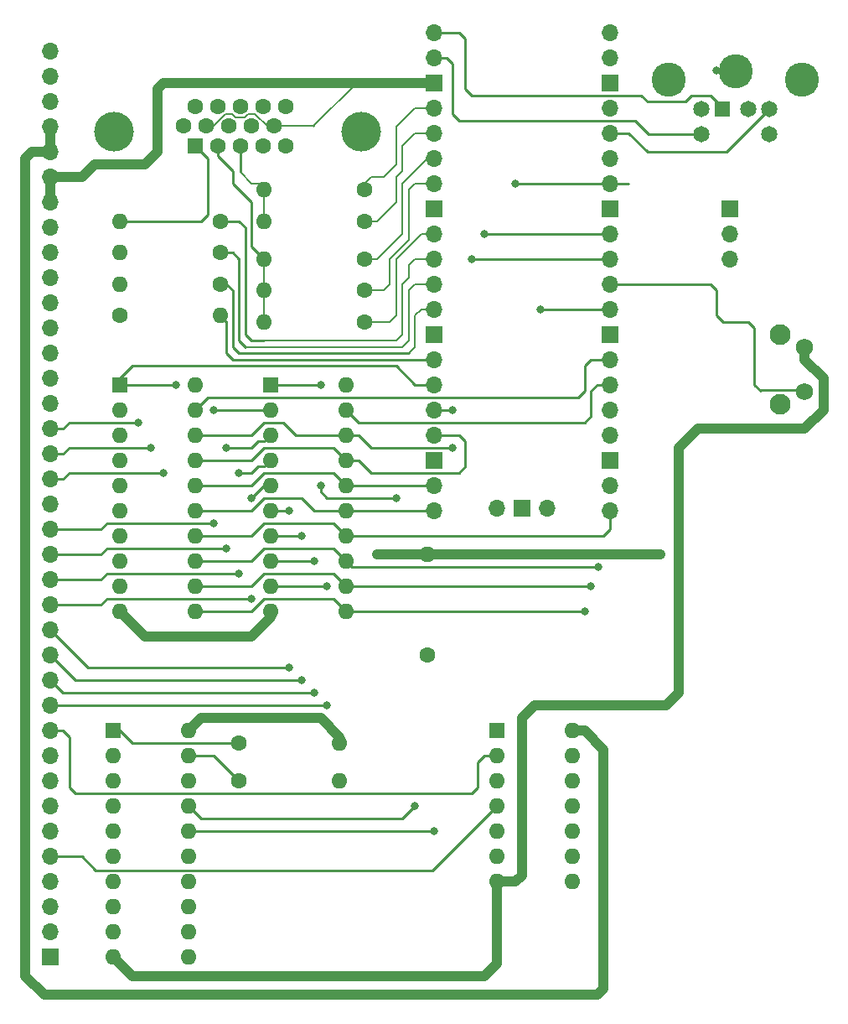
<source format=gbr>
%TF.GenerationSoftware,KiCad,Pcbnew,6.0.2+dfsg-1*%
%TF.CreationDate,2024-07-15T20:40:17+02:00*%
%TF.ProjectId,GDPico64,47445069-636f-4363-942e-6b696361645f,rev?*%
%TF.SameCoordinates,Original*%
%TF.FileFunction,Copper,L2,Bot*%
%TF.FilePolarity,Positive*%
%FSLAX46Y46*%
G04 Gerber Fmt 4.6, Leading zero omitted, Abs format (unit mm)*
G04 Created by KiCad (PCBNEW 6.0.2+dfsg-1) date 2024-07-15 20:40:17*
%MOMM*%
%LPD*%
G01*
G04 APERTURE LIST*
%TA.AperFunction,ComponentPad*%
%ADD10C,1.600000*%
%TD*%
%TA.AperFunction,ComponentPad*%
%ADD11O,1.600000X1.600000*%
%TD*%
%TA.AperFunction,ComponentPad*%
%ADD12R,1.700000X1.700000*%
%TD*%
%TA.AperFunction,ComponentPad*%
%ADD13O,1.700000X1.700000*%
%TD*%
%TA.AperFunction,ComponentPad*%
%ADD14C,4.000000*%
%TD*%
%TA.AperFunction,ComponentPad*%
%ADD15R,1.600000X1.600000*%
%TD*%
%TA.AperFunction,ComponentPad*%
%ADD16C,2.100000*%
%TD*%
%TA.AperFunction,ComponentPad*%
%ADD17C,1.750000*%
%TD*%
%TA.AperFunction,ComponentPad*%
%ADD18R,1.650000X1.650000*%
%TD*%
%TA.AperFunction,ComponentPad*%
%ADD19C,1.650000*%
%TD*%
%TA.AperFunction,ComponentPad*%
%ADD20C,3.450000*%
%TD*%
%TA.AperFunction,ViaPad*%
%ADD21C,0.800000*%
%TD*%
%TA.AperFunction,Conductor*%
%ADD22C,1.000000*%
%TD*%
%TA.AperFunction,Conductor*%
%ADD23C,0.250000*%
%TD*%
%TA.AperFunction,Conductor*%
%ADD24C,0.200000*%
%TD*%
G04 APERTURE END LIST*
D10*
%TO.P,R5,1*%
%TO.N,/BLUE_D1*%
X93980000Y-51435000D03*
D11*
%TO.P,R5,2*%
%TO.N,/BLUE_V*%
X83820000Y-51435000D03*
%TD*%
D10*
%TO.P,R2,1*%
%TO.N,Net-(R2-Pad1)*%
X81280000Y-111125000D03*
D11*
%TO.P,R2,2*%
%TO.N,GND*%
X91440000Y-111125000D03*
%TD*%
D10*
%TO.P,R7,1*%
%TO.N,/GREEN_D0*%
X93980000Y-58420000D03*
D11*
%TO.P,R7,2*%
%TO.N,/GREEN_V*%
X83820000Y-58420000D03*
%TD*%
D10*
%TO.P,R3,1*%
%TO.N,Net-(R3-Pad1)*%
X81280000Y-107315000D03*
D11*
%TO.P,R3,2*%
%TO.N,+3V3*%
X91440000Y-107315000D03*
%TD*%
D12*
%TO.P,J1,1,Pin_1*%
%TO.N,unconnected-(J1-Pad1)*%
X62230000Y-128905000D03*
D13*
%TO.P,J1,2,Pin_2*%
%TO.N,unconnected-(J1-Pad2)*%
X62230000Y-126365000D03*
%TO.P,J1,3,Pin_3*%
%TO.N,unconnected-(J1-Pad3)*%
X62230000Y-123825000D03*
%TO.P,J1,4,Pin_4*%
%TO.N,unconnected-(J1-Pad4)*%
X62230000Y-121285000D03*
%TO.P,J1,5,Pin_5*%
%TO.N,/~{WAIT}*%
X62230000Y-118745000D03*
%TO.P,J1,6,Pin_6*%
%TO.N,/~{INT}*%
X62230000Y-116205000D03*
%TO.P,J1,7,Pin_7*%
%TO.N,/~{RFSH}*%
X62230000Y-113665000D03*
%TO.P,J1,8,Pin_8*%
%TO.N,/~{CLK}*%
X62230000Y-111125000D03*
%TO.P,J1,9,Pin_9*%
%TO.N,/~{M1}*%
X62230000Y-108585000D03*
%TO.P,J1,10,Pin_10*%
%TO.N,/~{RESET}*%
X62230000Y-106045000D03*
%TO.P,J1,11,Pin_11*%
%TO.N,/A7*%
X62230000Y-103505000D03*
%TO.P,J1,12,Pin_12*%
%TO.N,/A6*%
X62230000Y-100965000D03*
%TO.P,J1,13,Pin_13*%
%TO.N,/A5*%
X62230000Y-98425000D03*
%TO.P,J1,14,Pin_14*%
%TO.N,/A4*%
X62230000Y-95885000D03*
%TO.P,J1,15,Pin_15*%
%TO.N,/A3*%
X62230000Y-93345000D03*
%TO.P,J1,16,Pin_16*%
%TO.N,/A2*%
X62230000Y-90805000D03*
%TO.P,J1,17,Pin_17*%
%TO.N,/A1*%
X62230000Y-88265000D03*
%TO.P,J1,18,Pin_18*%
%TO.N,/A0*%
X62230000Y-85725000D03*
%TO.P,J1,19,Pin_19*%
%TO.N,/~{MREQ}*%
X62230000Y-83185000D03*
%TO.P,J1,20,Pin_20*%
%TO.N,/~{IORQ}*%
X62230000Y-80645000D03*
%TO.P,J1,21,Pin_21*%
%TO.N,/~{WR}*%
X62230000Y-78105000D03*
%TO.P,J1,22,Pin_22*%
%TO.N,/~{RD}*%
X62230000Y-75565000D03*
%TO.P,J1,23,Pin_23*%
%TO.N,/D7*%
X62230000Y-73025000D03*
%TO.P,J1,24,Pin_24*%
%TO.N,/D6*%
X62230000Y-70485000D03*
%TO.P,J1,25,Pin_25*%
%TO.N,/D5*%
X62230000Y-67945000D03*
%TO.P,J1,26,Pin_26*%
%TO.N,/D4*%
X62230000Y-65405000D03*
%TO.P,J1,27,Pin_27*%
%TO.N,/D3*%
X62230000Y-62865000D03*
%TO.P,J1,28,Pin_28*%
%TO.N,/D2*%
X62230000Y-60325000D03*
%TO.P,J1,29,Pin_29*%
%TO.N,/D1*%
X62230000Y-57785000D03*
%TO.P,J1,30,Pin_30*%
%TO.N,/D0*%
X62230000Y-55245000D03*
%TO.P,J1,31,Pin_31*%
%TO.N,GND*%
X62230000Y-52705000D03*
%TO.P,J1,32,Pin_32*%
X62230000Y-50165000D03*
%TO.P,J1,33,Pin_33*%
%TO.N,+5V*%
X62230000Y-47625000D03*
%TO.P,J1,34,Pin_34*%
X62230000Y-45085000D03*
%TO.P,J1,35,Pin_35*%
%TO.N,unconnected-(J1-Pad35)*%
X62230000Y-42545000D03*
%TO.P,J1,36,Pin_36*%
%TO.N,unconnected-(J1-Pad36)*%
X62230000Y-40005000D03*
%TO.P,J1,37,Pin_37*%
%TO.N,unconnected-(J1-Pad37)*%
X62230000Y-37465000D03*
%TD*%
D10*
%TO.P,R10,1*%
%TO.N,/RED_D0*%
X79375000Y-54610000D03*
D11*
%TO.P,R10,2*%
%TO.N,/RED_V*%
X69215000Y-54610000D03*
%TD*%
D14*
%TO.P,J2,0*%
%TO.N,unconnected-(J2-Pad0)*%
X93650000Y-45570000D03*
X68650000Y-45570000D03*
D15*
%TO.P,J2,1*%
%TO.N,/RED_V*%
X76835000Y-46990000D03*
D10*
%TO.P,J2,2*%
%TO.N,/GREEN_V*%
X79125000Y-46990000D03*
%TO.P,J2,3*%
%TO.N,/BLUE_V*%
X81415000Y-46990000D03*
%TO.P,J2,4*%
%TO.N,unconnected-(J2-Pad4)*%
X83705000Y-46990000D03*
%TO.P,J2,5*%
%TO.N,unconnected-(J2-Pad5)*%
X85995000Y-46990000D03*
%TO.P,J2,6*%
%TO.N,unconnected-(J2-Pad6)*%
X75690000Y-45010000D03*
%TO.P,J2,7*%
%TO.N,GND*%
X77980000Y-45010000D03*
%TO.P,J2,8*%
%TO.N,unconnected-(J2-Pad8)*%
X80270000Y-45010000D03*
%TO.P,J2,9*%
%TO.N,unconnected-(J2-Pad9)*%
X82560000Y-45010000D03*
%TO.P,J2,10*%
%TO.N,GND*%
X84850000Y-45010000D03*
%TO.P,J2,11*%
%TO.N,unconnected-(J2-Pad11)*%
X76835000Y-43030000D03*
%TO.P,J2,12*%
%TO.N,unconnected-(J2-Pad12)*%
X79125000Y-43030000D03*
%TO.P,J2,13*%
%TO.N,/CSYNC*%
X81415000Y-43030000D03*
%TO.P,J2,14*%
%TO.N,unconnected-(J2-Pad14)*%
X83705000Y-43030000D03*
%TO.P,J2,15*%
%TO.N,unconnected-(J2-Pad15)*%
X85995000Y-43030000D03*
%TD*%
D16*
%TO.P,SW1,*%
%TO.N,*%
X135940000Y-73070000D03*
X135940000Y-66060000D03*
D17*
%TO.P,SW1,1,1*%
%TO.N,GND*%
X138430000Y-67310000D03*
%TO.P,SW1,2,2*%
%TO.N,Net-(SW1-Pad2)*%
X138430000Y-71810000D03*
%TD*%
D10*
%TO.P,R11,1*%
%TO.N,/RED_D1*%
X79375000Y-57785000D03*
D11*
%TO.P,R11,2*%
%TO.N,/RED_V*%
X69215000Y-57785000D03*
%TD*%
D15*
%TO.P,U1,1,A->B*%
%TO.N,/~{RD3}*%
X69215000Y-71120000D03*
D11*
%TO.P,U1,2,A0*%
%TO.N,/D0*%
X69215000Y-73660000D03*
%TO.P,U1,3,A1*%
%TO.N,/D1*%
X69215000Y-76200000D03*
%TO.P,U1,4,A2*%
%TO.N,/D2*%
X69215000Y-78740000D03*
%TO.P,U1,5,A3*%
%TO.N,/D3*%
X69215000Y-81280000D03*
%TO.P,U1,6,A4*%
%TO.N,/D4*%
X69215000Y-83820000D03*
%TO.P,U1,7,A5*%
%TO.N,/D5*%
X69215000Y-86360000D03*
%TO.P,U1,8,A6*%
%TO.N,/D6*%
X69215000Y-88900000D03*
%TO.P,U1,9,A7*%
%TO.N,/D7*%
X69215000Y-91440000D03*
%TO.P,U1,10,GND*%
%TO.N,GND*%
X69215000Y-93980000D03*
%TO.P,U1,11,B7*%
%TO.N,/AD7_3*%
X76835000Y-93980000D03*
%TO.P,U1,12,B6*%
%TO.N,/AD6_3*%
X76835000Y-91440000D03*
%TO.P,U1,13,B5*%
%TO.N,/AD5_3*%
X76835000Y-88900000D03*
%TO.P,U1,14,B4*%
%TO.N,/AD4_3*%
X76835000Y-86360000D03*
%TO.P,U1,15,B3*%
%TO.N,/AD3_3*%
X76835000Y-83820000D03*
%TO.P,U1,16,B2*%
%TO.N,/AD2_3*%
X76835000Y-81280000D03*
%TO.P,U1,17,B1*%
%TO.N,/AD1_3*%
X76835000Y-78740000D03*
%TO.P,U1,18,B0*%
%TO.N,/AD0_3*%
X76835000Y-76200000D03*
%TO.P,U1,19,CE*%
%TO.N,/~{CE_D3}*%
X76835000Y-73660000D03*
%TO.P,U1,20,VCC*%
%TO.N,+3V3*%
X76835000Y-71120000D03*
%TD*%
D15*
%TO.P,U2,1,A->B*%
%TO.N,Net-(R3-Pad1)*%
X68580000Y-106045000D03*
D11*
%TO.P,U2,2,A0*%
%TO.N,/~{RD}*%
X68580000Y-108585000D03*
%TO.P,U2,3,A1*%
%TO.N,/~{WR}*%
X68580000Y-111125000D03*
%TO.P,U2,4,A2*%
%TO.N,/~{IORQ}*%
X68580000Y-113665000D03*
%TO.P,U2,5,A3*%
%TO.N,unconnected-(U2-Pad5)*%
X68580000Y-116205000D03*
%TO.P,U2,6,A4*%
%TO.N,unconnected-(U2-Pad6)*%
X68580000Y-118745000D03*
%TO.P,U2,7,A5*%
%TO.N,unconnected-(U2-Pad7)*%
X68580000Y-121285000D03*
%TO.P,U2,8,A6*%
%TO.N,unconnected-(U2-Pad8)*%
X68580000Y-123825000D03*
%TO.P,U2,9,A7*%
%TO.N,unconnected-(U2-Pad9)*%
X68580000Y-126365000D03*
%TO.P,U2,10,GND*%
%TO.N,GND*%
X68580000Y-128905000D03*
%TO.P,U2,11,B7*%
%TO.N,unconnected-(U2-Pad11)*%
X76200000Y-128905000D03*
%TO.P,U2,12,B6*%
%TO.N,unconnected-(U2-Pad12)*%
X76200000Y-126365000D03*
%TO.P,U2,13,B5*%
%TO.N,unconnected-(U2-Pad13)*%
X76200000Y-123825000D03*
%TO.P,U2,14,B4*%
%TO.N,unconnected-(U2-Pad14)*%
X76200000Y-121285000D03*
%TO.P,U2,15,B3*%
%TO.N,unconnected-(U2-Pad15)*%
X76200000Y-118745000D03*
%TO.P,U2,16,B2*%
%TO.N,/~{IORQ3}*%
X76200000Y-116205000D03*
%TO.P,U2,17,B1*%
%TO.N,/~{WR3}*%
X76200000Y-113665000D03*
%TO.P,U2,18,B0*%
%TO.N,/~{RD3}*%
X76200000Y-111125000D03*
%TO.P,U2,19,CE*%
%TO.N,Net-(R2-Pad1)*%
X76200000Y-108585000D03*
%TO.P,U2,20,VCC*%
%TO.N,+3V3*%
X76200000Y-106045000D03*
%TD*%
D10*
%TO.P,R1,1*%
%TO.N,Net-(R1-Pad1)*%
X100330000Y-98425000D03*
D11*
%TO.P,R1,2*%
%TO.N,+3V3*%
X100330000Y-88265000D03*
%TD*%
D10*
%TO.P,R6,1*%
%TO.N,/BLUE_D2*%
X93980000Y-54610000D03*
D11*
%TO.P,R6,2*%
%TO.N,/BLUE_V*%
X83820000Y-54610000D03*
%TD*%
D10*
%TO.P,R9,1*%
%TO.N,/GREEN_D2*%
X93980000Y-64770000D03*
D11*
%TO.P,R9,2*%
%TO.N,/GREEN_V*%
X83820000Y-64770000D03*
%TD*%
D10*
%TO.P,R4,1*%
%TO.N,/CSYNC*%
X69215000Y-64135000D03*
D11*
%TO.P,R4,2*%
%TO.N,Net-(U4-Pad14)*%
X79375000Y-64135000D03*
%TD*%
D10*
%TO.P,R8,1*%
%TO.N,/GREEN_D1*%
X93980000Y-61595000D03*
D11*
%TO.P,R8,2*%
%TO.N,/GREEN_V*%
X83820000Y-61595000D03*
%TD*%
D15*
%TO.P,U5,1*%
%TO.N,/RESET3*%
X107315000Y-106045000D03*
D11*
%TO.P,U5,2*%
%TO.N,/~{RESET}*%
X107315000Y-108585000D03*
%TO.P,U5,3*%
%TO.N,/WAIT_3*%
X107315000Y-111125000D03*
%TO.P,U5,4*%
%TO.N,/~{WAIT}*%
X107315000Y-113665000D03*
%TO.P,U5,5*%
%TO.N,unconnected-(U5-Pad5)*%
X107315000Y-116205000D03*
%TO.P,U5,6*%
%TO.N,unconnected-(U5-Pad6)*%
X107315000Y-118745000D03*
%TO.P,U5,7,GND*%
%TO.N,GND*%
X107315000Y-121285000D03*
%TO.P,U5,8*%
%TO.N,unconnected-(U5-Pad8)*%
X114935000Y-121285000D03*
%TO.P,U5,9*%
%TO.N,unconnected-(U5-Pad9)*%
X114935000Y-118745000D03*
%TO.P,U5,10*%
%TO.N,unconnected-(U5-Pad10)*%
X114935000Y-116205000D03*
%TO.P,U5,11*%
%TO.N,unconnected-(U5-Pad11)*%
X114935000Y-113665000D03*
%TO.P,U5,12*%
%TO.N,unconnected-(U5-Pad12)*%
X114935000Y-111125000D03*
%TO.P,U5,13*%
%TO.N,unconnected-(U5-Pad13)*%
X114935000Y-108585000D03*
%TO.P,U5,14,VCC*%
%TO.N,+5V*%
X114935000Y-106045000D03*
%TD*%
D18*
%TO.P,J3,1,1*%
%TO.N,/KEY_DATA*%
X130145000Y-43325000D03*
D19*
%TO.P,J3,2,2*%
%TO.N,unconnected-(J3-Pad2)*%
X132745000Y-43325000D03*
%TO.P,J3,3,3*%
%TO.N,GND*%
X128045000Y-43325000D03*
%TO.P,J3,5,5*%
%TO.N,+3V3*%
X134845000Y-43325000D03*
%TO.P,J3,6,6*%
%TO.N,/KEY_CLK*%
X128045000Y-45825000D03*
%TO.P,J3,8,8*%
%TO.N,unconnected-(J3-Pad8)*%
X134845000Y-45825000D03*
D20*
%TO.P,J3,MH1,MH1*%
%TO.N,unconnected-(J3-PadMH1)*%
X131445000Y-39525000D03*
%TO.P,J3,MH2,MH2*%
%TO.N,unconnected-(J3-PadMH2)*%
X138195000Y-40325000D03*
%TO.P,J3,MH3,MH3*%
%TO.N,unconnected-(J3-PadMH3)*%
X124695000Y-40325000D03*
%TD*%
D10*
%TO.P,R12,1*%
%TO.N,/RED_D2*%
X79375000Y-60960000D03*
D11*
%TO.P,R12,2*%
%TO.N,/RED_V*%
X69215000Y-60960000D03*
%TD*%
D15*
%TO.P,U3,1,A->B*%
%TO.N,Net-(R1-Pad1)*%
X84455000Y-71120000D03*
D11*
%TO.P,U3,2,A0*%
%TO.N,/A0*%
X84455000Y-73660000D03*
%TO.P,U3,3,A1*%
%TO.N,/A1*%
X84455000Y-76200000D03*
%TO.P,U3,4,A2*%
%TO.N,/A2*%
X84455000Y-78740000D03*
%TO.P,U3,5,A3*%
%TO.N,/A3*%
X84455000Y-81280000D03*
%TO.P,U3,6,A4*%
%TO.N,/A4*%
X84455000Y-83820000D03*
%TO.P,U3,7,A5*%
%TO.N,/A5*%
X84455000Y-86360000D03*
%TO.P,U3,8,A6*%
%TO.N,/A6*%
X84455000Y-88900000D03*
%TO.P,U3,9,A7*%
%TO.N,/A7*%
X84455000Y-91440000D03*
%TO.P,U3,10,GND*%
%TO.N,GND*%
X84455000Y-93980000D03*
%TO.P,U3,11,B7*%
%TO.N,/AD7_3*%
X92075000Y-93980000D03*
%TO.P,U3,12,B6*%
%TO.N,/AD6_3*%
X92075000Y-91440000D03*
%TO.P,U3,13,B5*%
%TO.N,/AD5_3*%
X92075000Y-88900000D03*
%TO.P,U3,14,B4*%
%TO.N,/AD4_3*%
X92075000Y-86360000D03*
%TO.P,U3,15,B3*%
%TO.N,/AD3_3*%
X92075000Y-83820000D03*
%TO.P,U3,16,B2*%
%TO.N,/AD2_3*%
X92075000Y-81280000D03*
%TO.P,U3,17,B1*%
%TO.N,/AD1_3*%
X92075000Y-78740000D03*
%TO.P,U3,18,B0*%
%TO.N,/AD0_3*%
X92075000Y-76200000D03*
%TO.P,U3,19,CE*%
%TO.N,/~{CE_A3}*%
X92075000Y-73660000D03*
%TO.P,U3,20,VCC*%
%TO.N,+3V3*%
X92075000Y-71120000D03*
%TD*%
D12*
%TO.P,J4,1,Pin_1*%
%TO.N,/KEY_DATA*%
X130880000Y-53355000D03*
D13*
%TO.P,J4,2,Pin_2*%
%TO.N,/KEY_CLK*%
X130880000Y-55895000D03*
%TO.P,J4,3,Pin_3*%
%TO.N,GND*%
X130880000Y-58435000D03*
%TD*%
%TO.P,U4,1,GPIO0*%
%TO.N,/KEY_DATA*%
X100965000Y-35560000D03*
%TO.P,U4,2,GPIO1*%
%TO.N,/KEY_CLK*%
X100965000Y-38100000D03*
D12*
%TO.P,U4,3,GND*%
%TO.N,GND*%
X100965000Y-40640000D03*
D13*
%TO.P,U4,4,GPIO2*%
%TO.N,/BLUE_D1*%
X100965000Y-43180000D03*
%TO.P,U4,5,GPIO3*%
%TO.N,/BLUE_D2*%
X100965000Y-45720000D03*
%TO.P,U4,6,GPIO4*%
%TO.N,/GREEN_D0*%
X100965000Y-48260000D03*
%TO.P,U4,7,GPIO5*%
%TO.N,/GREEN_D1*%
X100965000Y-50800000D03*
D12*
%TO.P,U4,8,GND*%
%TO.N,unconnected-(U4-Pad8)*%
X100965000Y-53340000D03*
D13*
%TO.P,U4,9,GPIO6*%
%TO.N,/GREEN_D2*%
X100965000Y-55880000D03*
%TO.P,U4,10,GPIO7*%
%TO.N,/RED_D0*%
X100965000Y-58420000D03*
%TO.P,U4,11,GPIO8*%
%TO.N,/RED_D1*%
X100965000Y-60960000D03*
%TO.P,U4,12,GPIO9*%
%TO.N,/RED_D2*%
X100965000Y-63500000D03*
D12*
%TO.P,U4,13,GND*%
%TO.N,unconnected-(U4-Pad13)*%
X100965000Y-66040000D03*
D13*
%TO.P,U4,14,GPIO10*%
%TO.N,Net-(U4-Pad14)*%
X100965000Y-68580000D03*
%TO.P,U4,15,GPIO11*%
%TO.N,/~{RD3}*%
X100965000Y-71120000D03*
%TO.P,U4,16,GPIO12*%
%TO.N,/AD0_3*%
X100965000Y-73660000D03*
%TO.P,U4,17,GPIO13*%
%TO.N,/AD1_3*%
X100965000Y-76200000D03*
D12*
%TO.P,U4,18,GND*%
%TO.N,unconnected-(U4-Pad18)*%
X100965000Y-78740000D03*
D13*
%TO.P,U4,19,GPIO14*%
%TO.N,/AD2_3*%
X100965000Y-81280000D03*
%TO.P,U4,20,GPIO15*%
%TO.N,/AD3_3*%
X100965000Y-83820000D03*
%TO.P,U4,21,GPIO16*%
%TO.N,/AD4_3*%
X118745000Y-83820000D03*
%TO.P,U4,22,GPIO17*%
%TO.N,/AD5_3*%
X118745000Y-81280000D03*
D12*
%TO.P,U4,23,GND*%
%TO.N,unconnected-(U4-Pad23)*%
X118745000Y-78740000D03*
D13*
%TO.P,U4,24,GPIO18*%
%TO.N,/AD6_3*%
X118745000Y-76200000D03*
%TO.P,U4,25,GPIO19*%
%TO.N,/AD7_3*%
X118745000Y-73660000D03*
%TO.P,U4,26,GPIO20*%
%TO.N,/~{CE_A3}*%
X118745000Y-71120000D03*
%TO.P,U4,27,GPIO21*%
%TO.N,/~{CE_D3}*%
X118745000Y-68580000D03*
D12*
%TO.P,U4,28,GND*%
%TO.N,unconnected-(U4-Pad28)*%
X118745000Y-66040000D03*
D13*
%TO.P,U4,29,GPIO22*%
%TO.N,/WAIT_3*%
X118745000Y-63500000D03*
%TO.P,U4,30,RUN*%
%TO.N,Net-(SW1-Pad2)*%
X118745000Y-60960000D03*
%TO.P,U4,31,GPIO26_ADC0*%
%TO.N,/~{WR3}*%
X118745000Y-58420000D03*
%TO.P,U4,32,GPIO27_ADC1*%
%TO.N,/~{IORQ3}*%
X118745000Y-55880000D03*
D12*
%TO.P,U4,33,AGND*%
%TO.N,unconnected-(U4-Pad33)*%
X118745000Y-53340000D03*
D13*
%TO.P,U4,34,GPIO28_ADC2*%
%TO.N,/RESET3*%
X118745000Y-50800000D03*
%TO.P,U4,35,ADC_VREF*%
%TO.N,unconnected-(U4-Pad35)*%
X118745000Y-48260000D03*
%TO.P,U4,36,3V3*%
%TO.N,+3V3*%
X118745000Y-45720000D03*
%TO.P,U4,37,3V3_EN*%
%TO.N,unconnected-(U4-Pad37)*%
X118745000Y-43180000D03*
D12*
%TO.P,U4,38,GND*%
%TO.N,GND*%
X118745000Y-40640000D03*
D13*
%TO.P,U4,39,VSYS*%
%TO.N,unconnected-(U4-Pad39)*%
X118745000Y-38100000D03*
%TO.P,U4,40,VBUS*%
%TO.N,+5V*%
X118745000Y-35560000D03*
%TO.P,U4,41,SWCLK*%
%TO.N,unconnected-(U4-Pad41)*%
X107315000Y-83590000D03*
D12*
%TO.P,U4,42,GND*%
%TO.N,unconnected-(U4-Pad42)*%
X109855000Y-83590000D03*
D13*
%TO.P,U4,43,SWDIO*%
%TO.N,unconnected-(U4-Pad43)*%
X112395000Y-83590000D03*
%TD*%
D21*
%TO.N,/~{RD}*%
X71120000Y-74930000D03*
%TO.N,/~{WR}*%
X72390000Y-77470000D03*
%TO.N,/~{IORQ}*%
X73660000Y-80010000D03*
%TO.N,/A0*%
X78740000Y-73660000D03*
X78740000Y-85090000D03*
%TO.N,/A1*%
X80010000Y-77470000D03*
X80010000Y-87630000D03*
%TO.N,/A2*%
X81280000Y-90170000D03*
X81280000Y-80010000D03*
%TO.N,/A3*%
X82550000Y-82550000D03*
X82550000Y-92710000D03*
%TO.N,/A4*%
X86360000Y-99695000D03*
X86360000Y-83820000D03*
%TO.N,/A5*%
X87630000Y-100965000D03*
X87630000Y-86360000D03*
%TO.N,/A6*%
X88900000Y-102235000D03*
X88900000Y-88900000D03*
%TO.N,/A7*%
X90170000Y-103505000D03*
X90170000Y-91440000D03*
%TO.N,+3V3*%
X95250000Y-88265000D03*
X123825000Y-88265000D03*
%TO.N,/~{WR3}*%
X99060000Y-113665000D03*
X104775000Y-58420000D03*
%TO.N,/~{RD3}*%
X74930000Y-71120000D03*
%TO.N,Net-(R1-Pad1)*%
X89535000Y-71120000D03*
X97155000Y-82550000D03*
X89535000Y-81280000D03*
%TO.N,GND*%
X91440000Y-130810000D03*
%TO.N,/AD7_3*%
X116205000Y-93980000D03*
%TO.N,/AD6_3*%
X116840000Y-91440000D03*
%TO.N,/AD5_3*%
X117564500Y-89535000D03*
%TO.N,/AD0_3*%
X102870000Y-77470000D03*
X102870000Y-73660000D03*
%TO.N,/~{IORQ3}*%
X106045000Y-55880000D03*
X100965000Y-116205000D03*
%TO.N,/WAIT_3*%
X111760000Y-63500000D03*
%TO.N,/RESET3*%
X109220000Y-50800000D03*
%TO.N,unconnected-(J3-PadMH1)*%
X129540000Y-39370000D03*
%TD*%
D22*
%TO.N,+5V*%
X118110000Y-132080000D02*
X117475000Y-132715000D01*
X118110000Y-107950000D02*
X118110000Y-132080000D01*
X60325000Y-47625000D02*
X62230000Y-47625000D01*
X62230000Y-45085000D02*
X62230000Y-47625000D01*
X117475000Y-132715000D02*
X61595000Y-132715000D01*
X59690000Y-130810000D02*
X59690000Y-48260000D01*
X116205000Y-106045000D02*
X118110000Y-107950000D01*
X114935000Y-106045000D02*
X116205000Y-106045000D01*
X61595000Y-132715000D02*
X59690000Y-130810000D01*
X59690000Y-48260000D02*
X60325000Y-47625000D01*
D23*
%TO.N,/~{RD}*%
X62230000Y-75565000D02*
X63500000Y-75565000D01*
X63500000Y-75565000D02*
X64135000Y-74930000D01*
X64135000Y-74930000D02*
X71120000Y-74930000D01*
%TO.N,/~{WR}*%
X64135000Y-77470000D02*
X72390000Y-77470000D01*
X62230000Y-78105000D02*
X63500000Y-78105000D01*
X63500000Y-78105000D02*
X64135000Y-77470000D01*
%TO.N,/~{IORQ}*%
X63500000Y-80645000D02*
X64135000Y-80010000D01*
X62230000Y-80645000D02*
X63500000Y-80645000D01*
X64135000Y-80010000D02*
X73660000Y-80010000D01*
%TO.N,/A0*%
X67945000Y-85090000D02*
X67310000Y-85725000D01*
X84455000Y-73660000D02*
X78740000Y-73660000D01*
X67310000Y-85725000D02*
X62230000Y-85725000D01*
X78740000Y-85090000D02*
X67945000Y-85090000D01*
%TO.N,/A1*%
X83185000Y-76835000D02*
X82550000Y-77470000D01*
X83820000Y-76835000D02*
X83185000Y-76835000D01*
X67310000Y-88265000D02*
X62230000Y-88265000D01*
X67945000Y-87630000D02*
X67310000Y-88265000D01*
X84455000Y-76200000D02*
X83820000Y-76835000D01*
X82550000Y-77470000D02*
X80010000Y-77470000D01*
X80010000Y-87630000D02*
X67945000Y-87630000D01*
%TO.N,/A2*%
X83820000Y-79375000D02*
X83185000Y-79375000D01*
X83185000Y-79375000D02*
X82550000Y-80010000D01*
X82550000Y-80010000D02*
X81280000Y-80010000D01*
X84455000Y-78740000D02*
X83820000Y-79375000D01*
X67310000Y-90805000D02*
X62230000Y-90805000D01*
X67945000Y-90170000D02*
X67310000Y-90805000D01*
X81280000Y-90170000D02*
X67945000Y-90170000D01*
%TO.N,/A3*%
X83820000Y-81280000D02*
X82550000Y-82550000D01*
X67945000Y-92710000D02*
X67310000Y-93345000D01*
X82550000Y-92710000D02*
X67945000Y-92710000D01*
X84455000Y-81280000D02*
X83820000Y-81280000D01*
X67310000Y-93345000D02*
X62230000Y-93345000D01*
%TO.N,/A4*%
X86360000Y-99695000D02*
X66040000Y-99695000D01*
X86360000Y-83820000D02*
X84455000Y-83820000D01*
X66040000Y-99695000D02*
X62230000Y-95885000D01*
%TO.N,/A5*%
X87630000Y-100965000D02*
X64770000Y-100965000D01*
X64770000Y-100965000D02*
X62230000Y-98425000D01*
X87630000Y-86360000D02*
X84455000Y-86360000D01*
%TO.N,/A6*%
X88900000Y-102235000D02*
X63500000Y-102235000D01*
X63500000Y-102235000D02*
X62230000Y-100965000D01*
X88900000Y-88900000D02*
X84455000Y-88900000D01*
%TO.N,/A7*%
X90170000Y-91440000D02*
X84455000Y-91440000D01*
X90170000Y-103505000D02*
X62230000Y-103505000D01*
%TO.N,/~{RESET}*%
X106045000Y-108585000D02*
X107315000Y-108585000D01*
X62230000Y-106045000D02*
X63500000Y-106045000D01*
X105410000Y-111760000D02*
X105410000Y-109220000D01*
X63500000Y-106045000D02*
X64135000Y-106680000D01*
X104775000Y-112395000D02*
X105410000Y-111760000D01*
X64770000Y-112395000D02*
X104775000Y-112395000D01*
X105410000Y-109220000D02*
X106045000Y-108585000D01*
X64135000Y-111760000D02*
X64770000Y-112395000D01*
X64135000Y-106680000D02*
X64135000Y-111760000D01*
%TO.N,unconnected-(J2-Pad0)*%
X93420000Y-45010000D02*
X93980000Y-44450000D01*
%TO.N,/RED_V*%
X78105000Y-53975000D02*
X78105000Y-48260000D01*
X77470000Y-54610000D02*
X78105000Y-53975000D01*
X69215000Y-54610000D02*
X77470000Y-54610000D01*
X78105000Y-48260000D02*
X76835000Y-46990000D01*
%TO.N,/GREEN_V*%
X82550000Y-52705000D02*
X82550000Y-57150000D01*
X80645000Y-50800000D02*
X82550000Y-52705000D01*
X82550000Y-57150000D02*
X83820000Y-58420000D01*
D24*
X83820000Y-61595000D02*
X83820000Y-58420000D01*
X83820000Y-64770000D02*
X83820000Y-61595000D01*
D23*
X80645000Y-49530000D02*
X80645000Y-50800000D01*
X79125000Y-46990000D02*
X79125000Y-48010000D01*
X79125000Y-48010000D02*
X80645000Y-49530000D01*
%TO.N,/~{WAIT}*%
X62230000Y-118745000D02*
X65405000Y-118745000D01*
X66820489Y-120160489D02*
X65405000Y-118745000D01*
X100819511Y-120160489D02*
X66820489Y-120160489D01*
X107315000Y-113665000D02*
X100819511Y-120160489D01*
D22*
%TO.N,+3V3*%
X91440000Y-106680000D02*
X91440000Y-107315000D01*
X89535000Y-104775000D02*
X91440000Y-106680000D01*
D23*
X122555000Y-47625000D02*
X120650000Y-45720000D01*
X130545000Y-47625000D02*
X122555000Y-47625000D01*
D22*
X95250000Y-88265000D02*
X123825000Y-88265000D01*
D23*
X120650000Y-45720000D02*
X118745000Y-45720000D01*
X134845000Y-43325000D02*
X130545000Y-47625000D01*
D22*
X77470000Y-104775000D02*
X89535000Y-104775000D01*
X76200000Y-106045000D02*
X77470000Y-104775000D01*
D23*
%TO.N,/~{WR3}*%
X107315000Y-58420000D02*
X104775000Y-58420000D01*
X97790000Y-114935000D02*
X77470000Y-114935000D01*
X118745000Y-58420000D02*
X107315000Y-58420000D01*
X77470000Y-114935000D02*
X76200000Y-113665000D01*
X99060000Y-113665000D02*
X97790000Y-114935000D01*
D24*
%TO.N,/BLUE_V*%
X82550000Y-50800000D02*
X81415000Y-49665000D01*
X83820000Y-51435000D02*
X83185000Y-50800000D01*
X83185000Y-50800000D02*
X82550000Y-50800000D01*
X83820000Y-54610000D02*
X83820000Y-51435000D01*
D23*
X81415000Y-49665000D02*
X81415000Y-46990000D01*
%TO.N,/~{RD3}*%
X70485000Y-69215000D02*
X69215000Y-70485000D01*
X97155000Y-69215000D02*
X70485000Y-69215000D01*
X100965000Y-71120000D02*
X99060000Y-71120000D01*
X69215000Y-70485000D02*
X69215000Y-71120000D01*
X99060000Y-71120000D02*
X97155000Y-69215000D01*
X69215000Y-71120000D02*
X74930000Y-71120000D01*
%TO.N,Net-(R3-Pad1)*%
X69215000Y-106045000D02*
X70485000Y-107315000D01*
X68580000Y-106045000D02*
X69215000Y-106045000D01*
X70485000Y-107315000D02*
X81280000Y-107315000D01*
%TO.N,/KEY_DATA*%
X126365000Y-42545000D02*
X122555000Y-42545000D01*
X104140000Y-41275000D02*
X104140000Y-36195000D01*
X128905000Y-41910000D02*
X127000000Y-41910000D01*
X127000000Y-41910000D02*
X126365000Y-42545000D01*
X130145000Y-43325000D02*
X130145000Y-43150000D01*
X104140000Y-36195000D02*
X103505000Y-35560000D01*
X103505000Y-35560000D02*
X100965000Y-35560000D01*
X122555000Y-42545000D02*
X121920000Y-41910000D01*
X121920000Y-41910000D02*
X104775000Y-41910000D01*
X130145000Y-43150000D02*
X128905000Y-41910000D01*
X104775000Y-41910000D02*
X104140000Y-41275000D01*
D24*
%TO.N,/BLUE_D1*%
X97155000Y-45085000D02*
X97155000Y-48895000D01*
X100965000Y-43180000D02*
X99060000Y-43180000D01*
X93980000Y-50800000D02*
X93980000Y-51435000D01*
X99060000Y-43180000D02*
X97155000Y-45085000D01*
X95885000Y-50165000D02*
X94615000Y-50165000D01*
X94615000Y-50165000D02*
X93980000Y-50800000D01*
X97155000Y-48895000D02*
X95885000Y-50165000D01*
%TO.N,/BLUE_D2*%
X97790000Y-46990000D02*
X97790000Y-49530000D01*
X99060000Y-45720000D02*
X97790000Y-46990000D01*
X100965000Y-45720000D02*
X99060000Y-45720000D01*
X97790000Y-49530000D02*
X97155000Y-50165000D01*
X97155000Y-50165000D02*
X97155000Y-52705000D01*
X97155000Y-52705000D02*
X95250000Y-54610000D01*
X95250000Y-54610000D02*
X93980000Y-54610000D01*
%TO.N,/GREEN_D0*%
X97790000Y-55880000D02*
X95250000Y-58420000D01*
X100330000Y-48260000D02*
X97790000Y-50800000D01*
X100965000Y-48260000D02*
X100330000Y-48260000D01*
X97790000Y-50800000D02*
X97790000Y-55880000D01*
X95250000Y-58420000D02*
X93980000Y-58420000D01*
D23*
%TO.N,/KEY_CLK*%
X102870000Y-43815000D02*
X102870000Y-38735000D01*
X103505000Y-44450000D02*
X102870000Y-43815000D01*
X128045000Y-45825000D02*
X122660000Y-45825000D01*
X102235000Y-38100000D02*
X100965000Y-38100000D01*
X121285000Y-44450000D02*
X103505000Y-44450000D01*
X122660000Y-45825000D02*
X121285000Y-44450000D01*
X102870000Y-38735000D02*
X102235000Y-38100000D01*
D24*
%TO.N,/GREEN_D1*%
X96520000Y-60960000D02*
X95885000Y-61595000D01*
X100965000Y-50800000D02*
X99060000Y-50800000D01*
X95885000Y-61595000D02*
X93980000Y-61595000D01*
X99060000Y-50800000D02*
X98425000Y-51435000D01*
X98425000Y-51435000D02*
X98425000Y-56515000D01*
X98425000Y-56515000D02*
X96520000Y-58420000D01*
X96520000Y-58420000D02*
X96520000Y-60960000D01*
%TO.N,/GREEN_D2*%
X97155000Y-58420000D02*
X97155000Y-64135000D01*
X96520000Y-64770000D02*
X93980000Y-64770000D01*
X100965000Y-55880000D02*
X99695000Y-55880000D01*
X97155000Y-64135000D02*
X96520000Y-64770000D01*
X99695000Y-55880000D02*
X97155000Y-58420000D01*
D23*
%TO.N,/RED_D0*%
X82550000Y-66675000D02*
X83820000Y-66675000D01*
D24*
X97790000Y-66040000D02*
X97155000Y-66675000D01*
X100965000Y-58420000D02*
X99060000Y-58420000D01*
D23*
X81915000Y-66040000D02*
X82550000Y-66675000D01*
D24*
X98425000Y-59055000D02*
X98425000Y-60325000D01*
D23*
X81280000Y-54610000D02*
X79375000Y-54610000D01*
D24*
X99060000Y-58420000D02*
X98425000Y-59055000D01*
D23*
X81915000Y-55245000D02*
X81915000Y-66040000D01*
D24*
X97790000Y-60960000D02*
X97790000Y-66040000D01*
X97155000Y-66675000D02*
X83820000Y-66675000D01*
D23*
X81280000Y-54610000D02*
X81915000Y-55245000D01*
D24*
X98425000Y-60325000D02*
X97790000Y-60960000D01*
D23*
%TO.N,Net-(R1-Pad1)*%
X89535000Y-81915000D02*
X89535000Y-81280000D01*
X90170000Y-82550000D02*
X89535000Y-81915000D01*
X97155000Y-82550000D02*
X90170000Y-82550000D01*
X84455000Y-71120000D02*
X89535000Y-71120000D01*
%TO.N,Net-(R2-Pad1)*%
X78740000Y-108585000D02*
X81280000Y-111125000D01*
X76200000Y-108585000D02*
X78740000Y-108585000D01*
D22*
%TO.N,GND*%
X73025000Y-41275000D02*
X73660000Y-40640000D01*
X91440000Y-130810000D02*
X70485000Y-130810000D01*
D24*
X82919944Y-43815000D02*
X82200056Y-43815000D01*
D22*
X73660000Y-40640000D02*
X100965000Y-40640000D01*
X140335000Y-70485000D02*
X140335000Y-73660000D01*
X107315000Y-129540000D02*
X107315000Y-121285000D01*
X127635000Y-75565000D02*
X125730000Y-77470000D01*
X138430000Y-68580000D02*
X140335000Y-70485000D01*
X138430000Y-67310000D02*
X138430000Y-68580000D01*
X65405000Y-50165000D02*
X66675000Y-48895000D01*
D24*
X93195000Y-40640000D02*
X100965000Y-40640000D01*
D22*
X111125000Y-103505000D02*
X109855000Y-104775000D01*
X82550000Y-96520000D02*
X84455000Y-94615000D01*
D24*
X78699944Y-45010000D02*
X77980000Y-45010000D01*
D22*
X140335000Y-73660000D02*
X138430000Y-75565000D01*
X91440000Y-130810000D02*
X106045000Y-130810000D01*
X71755000Y-96520000D02*
X82550000Y-96520000D01*
X69215000Y-93980000D02*
X71755000Y-96520000D01*
X109855000Y-120650000D02*
X109220000Y-121285000D01*
X109220000Y-121285000D02*
X107315000Y-121285000D01*
D24*
X84114944Y-45010000D02*
X82919944Y-43815000D01*
D22*
X109855000Y-104775000D02*
X109855000Y-120650000D01*
D24*
X79894944Y-43815000D02*
X78699944Y-45010000D01*
X84850000Y-45010000D02*
X84114944Y-45010000D01*
X88825000Y-45010000D02*
X88900000Y-45085000D01*
D22*
X125730000Y-77470000D02*
X125730000Y-102235000D01*
D24*
X84850000Y-45010000D02*
X88825000Y-45010000D01*
D22*
X70485000Y-130810000D02*
X68580000Y-128905000D01*
X138430000Y-75565000D02*
X127635000Y-75565000D01*
D24*
X81875028Y-44140028D02*
X80954972Y-44140028D01*
D22*
X84455000Y-94615000D02*
X84455000Y-93980000D01*
D24*
X80954972Y-44140028D02*
X80629944Y-43815000D01*
X82200056Y-43815000D02*
X81875028Y-44140028D01*
D22*
X106045000Y-130810000D02*
X107315000Y-129540000D01*
X66675000Y-48895000D02*
X71755000Y-48895000D01*
D24*
X88825000Y-45010000D02*
X93195000Y-40640000D01*
D22*
X62230000Y-50165000D02*
X65405000Y-50165000D01*
X71755000Y-48895000D02*
X73025000Y-47625000D01*
X62230000Y-50165000D02*
X62230000Y-52705000D01*
X124460000Y-103505000D02*
X111125000Y-103505000D01*
X73025000Y-47625000D02*
X73025000Y-41275000D01*
D24*
X80629944Y-43815000D02*
X79894944Y-43815000D01*
D22*
X125730000Y-102235000D02*
X124460000Y-103505000D01*
D24*
%TO.N,/RED_D1*%
X98425000Y-66675000D02*
X97790000Y-67310000D01*
D23*
X81280000Y-66675000D02*
X81280000Y-58420000D01*
X80645000Y-57785000D02*
X79375000Y-57785000D01*
D24*
X98425000Y-61595000D02*
X98425000Y-66675000D01*
X97790000Y-67310000D02*
X81915000Y-67310000D01*
X99060000Y-60960000D02*
X98425000Y-61595000D01*
X100965000Y-60960000D02*
X99060000Y-60960000D01*
D23*
X81280000Y-58420000D02*
X80645000Y-57785000D01*
X81915000Y-67310000D02*
X81280000Y-66675000D01*
D24*
%TO.N,/RED_D2*%
X100965000Y-63500000D02*
X99695000Y-63500000D01*
D23*
X81280000Y-67945000D02*
X80645000Y-67310000D01*
D24*
X99695000Y-63500000D02*
X99060000Y-64135000D01*
D23*
X80645000Y-67310000D02*
X80645000Y-61595000D01*
D24*
X99060000Y-64135000D02*
X99060000Y-67310000D01*
D23*
X80645000Y-61595000D02*
X80010000Y-60960000D01*
D24*
X99060000Y-67310000D02*
X98425000Y-67945000D01*
D23*
X80010000Y-60960000D02*
X79375000Y-60960000D01*
X98425000Y-67945000D02*
X81280000Y-67945000D01*
%TO.N,/AD7_3*%
X83820000Y-92710000D02*
X82550000Y-93980000D01*
X116205000Y-93980000D02*
X92075000Y-93980000D01*
X82550000Y-93980000D02*
X76835000Y-93980000D01*
X90805000Y-92710000D02*
X92075000Y-93980000D01*
X90805000Y-92710000D02*
X83820000Y-92710000D01*
%TO.N,/AD6_3*%
X116840000Y-91440000D02*
X92075000Y-91440000D01*
X83820000Y-90170000D02*
X82550000Y-91440000D01*
X90805000Y-90170000D02*
X92075000Y-91440000D01*
X82550000Y-91440000D02*
X76835000Y-91440000D01*
X90805000Y-90170000D02*
X83820000Y-90170000D01*
%TO.N,/AD5_3*%
X90805000Y-87630000D02*
X83820000Y-87630000D01*
X82550000Y-88900000D02*
X76835000Y-88900000D01*
X117564500Y-89535000D02*
X92710000Y-89535000D01*
X83820000Y-87630000D02*
X82550000Y-88900000D01*
X92710000Y-89535000D02*
X92075000Y-88900000D01*
X90805000Y-87630000D02*
X92075000Y-88900000D01*
%TO.N,/AD4_3*%
X118745000Y-85725000D02*
X118745000Y-83820000D01*
X83820000Y-85090000D02*
X82550000Y-86360000D01*
X90805000Y-85090000D02*
X83820000Y-85090000D01*
X118110000Y-86360000D02*
X118745000Y-85725000D01*
X90805000Y-85090000D02*
X92075000Y-86360000D01*
X82550000Y-86360000D02*
X76835000Y-86360000D01*
X92075000Y-86360000D02*
X118110000Y-86360000D01*
%TO.N,/AD3_3*%
X82550000Y-83820000D02*
X76835000Y-83820000D01*
X88900000Y-83820000D02*
X92075000Y-83820000D01*
X83820000Y-82550000D02*
X87630000Y-82550000D01*
X92075000Y-83820000D02*
X100965000Y-83820000D01*
X87630000Y-82550000D02*
X88900000Y-83820000D01*
X83820000Y-82550000D02*
X82550000Y-83820000D01*
%TO.N,/AD2_3*%
X92075000Y-81280000D02*
X100965000Y-81280000D01*
X90805000Y-80010000D02*
X92075000Y-81280000D01*
X90805000Y-80010000D02*
X83820000Y-80010000D01*
X83820000Y-80010000D02*
X82550000Y-81280000D01*
X82550000Y-81280000D02*
X76835000Y-81280000D01*
%TO.N,/AD1_3*%
X92075000Y-78740000D02*
X93345000Y-78740000D01*
X93345000Y-78740000D02*
X94615000Y-80010000D01*
X83820000Y-77470000D02*
X82550000Y-78740000D01*
X82550000Y-78740000D02*
X76835000Y-78740000D01*
X94615000Y-80010000D02*
X103505000Y-80010000D01*
X103505000Y-80010000D02*
X104140000Y-79375000D01*
X104140000Y-76835000D02*
X103505000Y-76200000D01*
X104140000Y-79375000D02*
X104140000Y-76835000D01*
X90805000Y-77470000D02*
X83820000Y-77470000D01*
X90805000Y-77470000D02*
X92075000Y-78740000D01*
X103505000Y-76200000D02*
X100965000Y-76200000D01*
%TO.N,/AD0_3*%
X86995000Y-76200000D02*
X92075000Y-76200000D01*
X93345000Y-76200000D02*
X94615000Y-77470000D01*
X94615000Y-77470000D02*
X102870000Y-77470000D01*
X102870000Y-73660000D02*
X100965000Y-73660000D01*
X85725000Y-74930000D02*
X86995000Y-76200000D01*
X83820000Y-74930000D02*
X85725000Y-74930000D01*
X82550000Y-76200000D02*
X83820000Y-74930000D01*
X92075000Y-76200000D02*
X93345000Y-76200000D01*
X76835000Y-76200000D02*
X82550000Y-76200000D01*
%TO.N,/~{CE_D3}*%
X116840000Y-68580000D02*
X116205000Y-69215000D01*
X118745000Y-68580000D02*
X116840000Y-68580000D01*
X115570000Y-72390000D02*
X78105000Y-72390000D01*
X116205000Y-71755000D02*
X115570000Y-72390000D01*
X116205000Y-69215000D02*
X116205000Y-71755000D01*
X78105000Y-72390000D02*
X76835000Y-73660000D01*
%TO.N,/~{IORQ3}*%
X100965000Y-116205000D02*
X76200000Y-116205000D01*
X118745000Y-55880000D02*
X106045000Y-55880000D01*
%TO.N,/~{CE_A3}*%
X116840000Y-74295000D02*
X116840000Y-71755000D01*
X116205000Y-74930000D02*
X93345000Y-74930000D01*
X116840000Y-74295000D02*
X116205000Y-74930000D01*
X116840000Y-71755000D02*
X117475000Y-71120000D01*
X93345000Y-74930000D02*
X92075000Y-73660000D01*
X117475000Y-71120000D02*
X118745000Y-71120000D01*
%TO.N,/WAIT_3*%
X118745000Y-63500000D02*
X111760000Y-63500000D01*
%TO.N,/RESET3*%
X118745000Y-50800000D02*
X109220000Y-50800000D01*
X120650000Y-50800000D02*
X118745000Y-50800000D01*
%TO.N,Net-(U4-Pad14)*%
X80010000Y-67945000D02*
X80010000Y-64770000D01*
X80010000Y-64770000D02*
X79375000Y-64135000D01*
X100965000Y-68580000D02*
X80645000Y-68580000D01*
X80645000Y-68580000D02*
X80010000Y-67945000D01*
%TO.N,Net-(SW1-Pad2)*%
X132715000Y-64770000D02*
X133350000Y-65405000D01*
X134044511Y-71695489D02*
X138315489Y-71695489D01*
X129540000Y-64135000D02*
X130175000Y-64770000D01*
X129540000Y-61595000D02*
X129540000Y-64135000D01*
X118745000Y-60960000D02*
X128905000Y-60960000D01*
X133350000Y-71120000D02*
X133985000Y-71755000D01*
X133350000Y-65405000D02*
X133350000Y-71120000D01*
X130175000Y-64770000D02*
X132715000Y-64770000D01*
X128905000Y-60960000D02*
X129540000Y-61595000D01*
X133985000Y-71755000D02*
X134044511Y-71695489D01*
X138315489Y-71695489D02*
X138430000Y-71810000D01*
%TD*%
M02*

</source>
